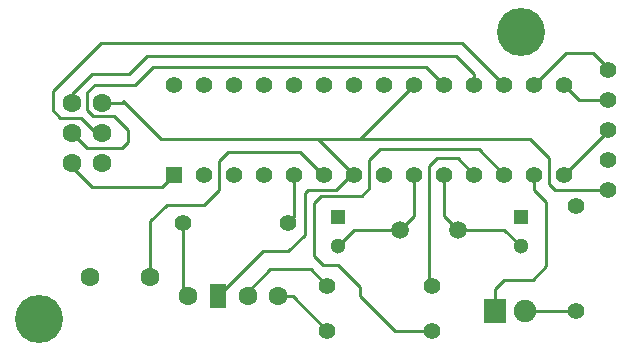
<source format=gbr>
G04 #@! TF.FileFunction,Copper,L1,Top,Signal*
%FSLAX46Y46*%
G04 Gerber Fmt 4.6, Leading zero omitted, Abs format (unit mm)*
G04 Created by KiCad (PCBNEW 0.201509182046+6202~30~ubuntu15.04.1-product) date Mon 21 Sep 2015 15:06:14 BST*
%MOMM*%
G01*
G04 APERTURE LIST*
%ADD10C,0.100000*%
%ADD11C,1.501140*%
%ADD12R,1.300000X1.300000*%
%ADD13C,1.300000*%
%ADD14R,1.900000X2.000000*%
%ADD15C,1.900000*%
%ADD16C,1.397000*%
%ADD17R,1.397000X1.397000*%
%ADD18C,1.400000*%
%ADD19C,1.600000*%
%ADD20R,1.400000X2.000000*%
%ADD21C,4.064000*%
%ADD22C,0.250000*%
G04 APERTURE END LIST*
D10*
D11*
X164619940Y-80899000D03*
X159738060Y-80899000D03*
D12*
X154432000Y-79756000D03*
D13*
X154432000Y-82256000D03*
D12*
X169926000Y-79756000D03*
D13*
X169926000Y-82256000D03*
D14*
X167767000Y-87757000D03*
D15*
X170307000Y-87757000D03*
D16*
X143129000Y-76200000D03*
X145669000Y-76200000D03*
X148209000Y-76200000D03*
X150749000Y-76200000D03*
X153289000Y-76200000D03*
X155829000Y-76200000D03*
X158369000Y-76200000D03*
X160909000Y-76200000D03*
X163449000Y-76200000D03*
X165989000Y-76200000D03*
X168529000Y-76200000D03*
X171069000Y-76200000D03*
X173609000Y-76200000D03*
D17*
X140589000Y-76200000D03*
D16*
X173609000Y-68580000D03*
X171069000Y-68580000D03*
X168529000Y-68580000D03*
X165989000Y-68580000D03*
X163449000Y-68580000D03*
X160909000Y-68580000D03*
X158369000Y-68580000D03*
X155829000Y-68580000D03*
X153289000Y-68580000D03*
X150749000Y-68580000D03*
X148209000Y-68580000D03*
X145669000Y-68580000D03*
X143129000Y-68580000D03*
X140589000Y-68580000D03*
D18*
X141351000Y-80264000D03*
X150241000Y-80264000D03*
X153543000Y-85598000D03*
X162433000Y-85598000D03*
X153543000Y-89408000D03*
X162433000Y-89408000D03*
X174625000Y-78867000D03*
X174625000Y-87757000D03*
X177292000Y-72390000D03*
X177292000Y-74930000D03*
X177292000Y-77470000D03*
X177292000Y-69850000D03*
X177292000Y-67310000D03*
D19*
X134493000Y-70104000D03*
X134493000Y-72644000D03*
X131953000Y-72644000D03*
X131953000Y-70104000D03*
X134493000Y-75184000D03*
X131953000Y-75184000D03*
D20*
X144272000Y-86487000D03*
D19*
X141732000Y-86487000D03*
X146812000Y-86487000D03*
X149352000Y-86487000D03*
X138557000Y-84836000D03*
X133477000Y-84836000D03*
D21*
X169926000Y-64135000D03*
X129159000Y-88392000D03*
D22*
X164619940Y-80899000D02*
X168569000Y-80899000D01*
X168569000Y-80899000D02*
X169926000Y-82256000D01*
X163449000Y-76200000D02*
X163449000Y-79728060D01*
X163449000Y-79728060D02*
X164619940Y-80899000D01*
X159738060Y-80899000D02*
X155789000Y-80899000D01*
X155789000Y-80899000D02*
X154432000Y-82256000D01*
X160909000Y-76200000D02*
X160909000Y-79728060D01*
X160909000Y-79728060D02*
X159738060Y-80899000D01*
X171069000Y-76200000D02*
X171069000Y-77470000D01*
X167767000Y-85852000D02*
X167767000Y-87757000D01*
X168529000Y-85090000D02*
X167767000Y-85852000D01*
X170942000Y-85090000D02*
X168529000Y-85090000D01*
X172085000Y-83947000D02*
X170942000Y-85090000D01*
X172085000Y-78486000D02*
X172085000Y-83947000D01*
X171069000Y-77470000D02*
X172085000Y-78486000D01*
X170307000Y-87757000D02*
X174625000Y-87757000D01*
X141351000Y-80264000D02*
X141351000Y-86106000D01*
X141351000Y-86106000D02*
X141732000Y-86487000D01*
X155829000Y-76200000D02*
X155575000Y-76200000D01*
X155575000Y-76200000D02*
X154305000Y-77470000D01*
X148082000Y-82677000D02*
X144272000Y-86487000D01*
X150241000Y-82677000D02*
X148082000Y-82677000D01*
X151638000Y-81280000D02*
X150241000Y-82677000D01*
X151638000Y-77724000D02*
X151638000Y-81280000D01*
X151892000Y-77470000D02*
X151638000Y-77724000D01*
X154305000Y-77470000D02*
X151892000Y-77470000D01*
X177292000Y-77470000D02*
X172847000Y-77470000D01*
X170688000Y-73152000D02*
X156210000Y-73152000D01*
X172339000Y-74803000D02*
X170688000Y-73152000D01*
X172339000Y-76962000D02*
X172339000Y-74803000D01*
X172847000Y-77470000D02*
X172339000Y-76962000D01*
X152781000Y-73152000D02*
X156210000Y-73152000D01*
X156210000Y-73152000D02*
X156337000Y-73152000D01*
X156337000Y-73152000D02*
X156337000Y-73152000D01*
X156337000Y-73152000D02*
X160909000Y-68580000D01*
X136398000Y-70104000D02*
X136271000Y-69977000D01*
X134493000Y-70104000D02*
X136398000Y-70104000D01*
X152781000Y-73152000D02*
X155829000Y-76200000D01*
X139446000Y-73152000D02*
X152781000Y-73152000D01*
X136398000Y-70104000D02*
X139446000Y-73152000D01*
X146812000Y-86487000D02*
X146812000Y-86106000D01*
X146812000Y-86106000D02*
X148717000Y-84201000D01*
X148717000Y-84201000D02*
X152146000Y-84201000D01*
X152146000Y-84201000D02*
X153543000Y-85598000D01*
X149352000Y-86487000D02*
X150622000Y-86487000D01*
X150622000Y-86487000D02*
X153543000Y-89408000D01*
X153289000Y-76200000D02*
X153162000Y-76200000D01*
X153162000Y-76200000D02*
X151257000Y-74295000D01*
X151257000Y-74295000D02*
X145161000Y-74295000D01*
X145161000Y-74295000D02*
X144399000Y-75057000D01*
X144399000Y-75057000D02*
X144399000Y-77470000D01*
X144399000Y-77470000D02*
X143129000Y-78740000D01*
X143129000Y-78740000D02*
X139954000Y-78740000D01*
X139954000Y-78740000D02*
X138557000Y-80137000D01*
X138557000Y-80137000D02*
X138557000Y-84836000D01*
X150749000Y-76200000D02*
X150749000Y-79756000D01*
X150749000Y-79756000D02*
X150241000Y-80264000D01*
X165989000Y-76200000D02*
X164592000Y-74803000D01*
X162179000Y-75438000D02*
X162179000Y-85344000D01*
X162814000Y-74803000D02*
X162179000Y-75438000D01*
X164592000Y-74803000D02*
X162814000Y-74803000D01*
X162179000Y-85344000D02*
X162433000Y-85598000D01*
X162433000Y-89408000D02*
X159258000Y-89408000D01*
X166370000Y-74041000D02*
X168529000Y-76200000D01*
X157988000Y-74041000D02*
X166370000Y-74041000D01*
X157099000Y-74930000D02*
X157988000Y-74041000D01*
X157099000Y-77343000D02*
X157099000Y-74930000D01*
X156464000Y-77978000D02*
X157099000Y-77343000D01*
X153035000Y-77978000D02*
X156464000Y-77978000D01*
X152400000Y-78613000D02*
X153035000Y-77978000D01*
X152400000Y-83058000D02*
X152400000Y-78613000D01*
X153162000Y-83820000D02*
X152400000Y-83058000D01*
X154432000Y-83820000D02*
X153162000Y-83820000D01*
X156337000Y-85725000D02*
X154432000Y-83820000D01*
X156337000Y-86487000D02*
X156337000Y-85725000D01*
X159258000Y-89408000D02*
X156337000Y-86487000D01*
X168529000Y-76200000D02*
X168402000Y-76200000D01*
X177292000Y-72390000D02*
X177292000Y-72517000D01*
X177292000Y-72517000D02*
X173609000Y-76200000D01*
X131953000Y-75184000D02*
X131953000Y-75565000D01*
X131953000Y-75565000D02*
X133604000Y-77216000D01*
X133604000Y-77216000D02*
X139573000Y-77216000D01*
X139573000Y-77216000D02*
X140589000Y-76200000D01*
X177292000Y-69850000D02*
X174879000Y-69850000D01*
X174879000Y-69850000D02*
X173609000Y-68580000D01*
X177292000Y-67310000D02*
X177292000Y-67183000D01*
X177292000Y-67183000D02*
X176022000Y-65913000D01*
X176022000Y-65913000D02*
X173736000Y-65913000D01*
X173736000Y-65913000D02*
X171069000Y-68580000D01*
X134493000Y-72644000D02*
X133985000Y-72644000D01*
X133985000Y-72644000D02*
X132715000Y-71374000D01*
X164973000Y-65024000D02*
X168529000Y-68580000D01*
X134366000Y-65024000D02*
X164973000Y-65024000D01*
X130302000Y-69088000D02*
X134366000Y-65024000D01*
X130302000Y-70739000D02*
X130302000Y-69088000D01*
X130937000Y-71374000D02*
X130302000Y-70739000D01*
X132715000Y-71374000D02*
X130937000Y-71374000D01*
X134493000Y-72644000D02*
X134112000Y-72644000D01*
X131953000Y-70104000D02*
X131953000Y-69342000D01*
X131953000Y-69342000D02*
X133604000Y-67691000D01*
X165989000Y-67691000D02*
X165989000Y-68580000D01*
X164465000Y-66167000D02*
X165989000Y-67691000D01*
X138303000Y-66167000D02*
X164465000Y-66167000D01*
X136779000Y-67691000D02*
X138303000Y-66167000D01*
X133604000Y-67691000D02*
X136779000Y-67691000D01*
X131953000Y-70104000D02*
X132334000Y-70104000D01*
X131953000Y-72644000D02*
X133223000Y-73914000D01*
X161925000Y-67056000D02*
X163449000Y-68580000D01*
X138811000Y-67056000D02*
X161925000Y-67056000D01*
X137287000Y-68580000D02*
X138811000Y-67056000D01*
X133858000Y-68580000D02*
X137287000Y-68580000D01*
X133223000Y-69215000D02*
X133858000Y-68580000D01*
X133223000Y-70739000D02*
X133223000Y-69215000D01*
X133731000Y-71247000D02*
X133223000Y-70739000D01*
X135509000Y-71247000D02*
X133731000Y-71247000D01*
X136652000Y-72390000D02*
X135509000Y-71247000D01*
X136652000Y-73406000D02*
X136652000Y-72390000D01*
X136144000Y-73914000D02*
X136652000Y-73406000D01*
X133223000Y-73914000D02*
X136144000Y-73914000D01*
M02*

</source>
